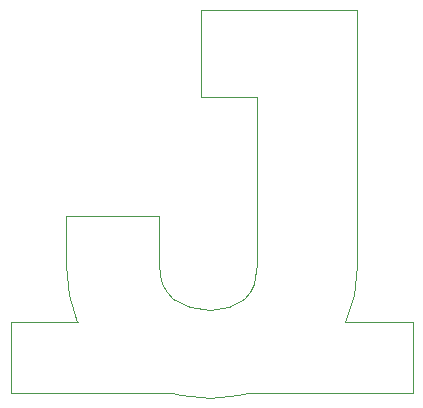
<source format=gm1>
G04 #@! TF.FileFunction,Profile,NP*
%FSLAX46Y46*%
G04 Gerber Fmt 4.6, Leading zero omitted, Abs format (unit mm)*
G04 Created by KiCad (PCBNEW 4.0.0-rc2-stable) date 3/3/2016 3:45:09 PM*
%MOMM*%
G01*
G04 APERTURE LIST*
%ADD10C,0.150000*%
%ADD11C,0.100000*%
G04 APERTURE END LIST*
D10*
D11*
X63470000Y-51530000D02*
X61040000Y-51340000D01*
X61040000Y-51340000D02*
X60280000Y-51150000D01*
X60280000Y-51150000D02*
X46630000Y-51150000D01*
X46630000Y-51150000D02*
X46630000Y-45150000D01*
X46630000Y-45150000D02*
X52320000Y-45150000D01*
X52320000Y-45150000D02*
X52280000Y-45090000D01*
X52280000Y-45090000D02*
X51570000Y-42860000D01*
X51570000Y-42860000D02*
X51330000Y-40360000D01*
X51330000Y-40360000D02*
X51330000Y-36140000D01*
X51330000Y-36140000D02*
X51330000Y-36140000D01*
X51330000Y-36140000D02*
X59160000Y-36140000D01*
X59160000Y-36140000D02*
X59160000Y-36140000D01*
X59160000Y-36140000D02*
X59160000Y-40220000D01*
X59160000Y-40220000D02*
X59240000Y-41130000D01*
X59240000Y-41130000D02*
X59480000Y-41920000D01*
X59480000Y-41920000D02*
X59870000Y-42590000D01*
X59870000Y-42590000D02*
X60410000Y-43140000D01*
X60410000Y-43140000D02*
X61800000Y-43870000D01*
X61800000Y-43870000D02*
X63470000Y-44110000D01*
X63470000Y-44110000D02*
X65100000Y-43870000D01*
X65100000Y-43870000D02*
X66390000Y-43140000D01*
X66390000Y-43140000D02*
X66880000Y-42590000D01*
X66880000Y-42590000D02*
X67220000Y-41920000D01*
X67220000Y-41920000D02*
X67500000Y-40220000D01*
X67500000Y-40220000D02*
X67500000Y-26090000D01*
X67500000Y-26090000D02*
X62780000Y-26090000D01*
X62780000Y-26090000D02*
X62770000Y-26090000D01*
X62770000Y-26090000D02*
X62770000Y-18720000D01*
X62770000Y-18720000D02*
X62780000Y-18720000D01*
X62780000Y-18720000D02*
X75980000Y-18720000D01*
X75980000Y-18720000D02*
X75980000Y-18720000D01*
X75980000Y-18720000D02*
X75980000Y-40360000D01*
X75980000Y-40360000D02*
X75730000Y-42860000D01*
X75730000Y-42860000D02*
X74960000Y-45090000D01*
X74960000Y-45090000D02*
X74920000Y-45150000D01*
X74920000Y-45150000D02*
X80680000Y-45150000D01*
X80680000Y-45150000D02*
X80680000Y-51150000D01*
X80680000Y-51150000D02*
X66690000Y-51150000D01*
X66690000Y-51150000D02*
X65910000Y-51340000D01*
X65910000Y-51340000D02*
X63470000Y-51530000D01*
X63470000Y-51530000D02*
X63470000Y-51530000D01*
X63470000Y-51530000D02*
X63470000Y-51530000D01*
M02*

</source>
